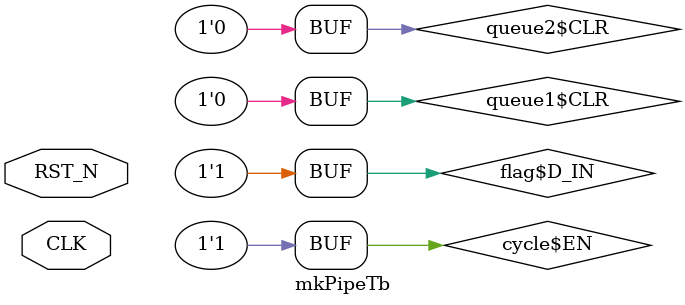
<source format=v>

`ifdef BSV_ASSIGNMENT_DELAY
`else
  `define BSV_ASSIGNMENT_DELAY
`endif

`ifdef BSV_POSITIVE_RESET
  `define BSV_RESET_VALUE 1'b1
  `define BSV_RESET_EDGE posedge
`else
  `define BSV_RESET_VALUE 1'b0
  `define BSV_RESET_EDGE negedge
`endif

module mkPipeTb(CLK,
		RST_N);
  input  CLK;
  input  RST_N;

  // register count
  reg [31 : 0] count;
  wire [31 : 0] count$D_IN;
  wire count$EN;

  // register cycle
  reg [31 : 0] cycle;
  wire [31 : 0] cycle$D_IN;
  wire cycle$EN;

  // register flag
  reg flag;
  wire flag$D_IN, flag$EN;

  // register x
  reg [31 : 0] x;
  wire [31 : 0] x$D_IN;
  wire x$EN;

  // register y
  reg [15 : 0] y;
  wire [15 : 0] y$D_IN;
  wire y$EN;

  // ports of submodule dut
  wire [31 : 0] dut$result, dut$start_m1;
  wire [15 : 0] dut$start_m2;
  wire dut$EN_reset, dut$EN_start, dut$RDY_result, dut$RDY_start;

  // ports of submodule queue1
  wire [31 : 0] queue1$D_IN, queue1$D_OUT;
  wire queue1$CLR, queue1$DEQ, queue1$EMPTY_N, queue1$ENQ, queue1$FULL_N;

  // ports of submodule queue2
  wire [15 : 0] queue2$D_IN, queue2$D_OUT;
  wire queue2$CLR, queue2$DEQ, queue2$EMPTY_N, queue2$ENQ, queue2$FULL_N;

  // rule scheduling signals
  wire WILL_FIRE_RL_rule_tb_1, WILL_FIRE_RL_rule_tb_2, WILL_FIRE_RL_stop;

  // remaining internal signals
  wire [63 : 0] queue1_first__3_MUL_0_CONCAT_queue2_first__4_5___d26;
  wire NOT_dut_result__2_EQ_queue1_first__3_MUL_0_CON_ETC___d29,
       count_ULT_100___d10;

  // submodule dut
  mkPipeline dut(.CLK(CLK),
		 .RST_N(RST_N),
		 .start_m1(dut$start_m1),
		 .start_m2(dut$start_m2),
		 .EN_start(dut$EN_start),
		 .EN_reset(dut$EN_reset),
		 .RDY_start(dut$RDY_start),
		 .result(dut$result),
		 .RDY_result(dut$RDY_result),
		 .RDY_reset());

  // submodule queue1
  SizedFIFO #(.p1width(32'd32),
	      .p2depth(32'd20),
	      .p3cntr_width(32'd5),
	      .guarded(32'd1)) queue1(.RST(RST_N),
				      .CLK(CLK),
				      .D_IN(queue1$D_IN),
				      .ENQ(queue1$ENQ),
				      .DEQ(queue1$DEQ),
				      .CLR(queue1$CLR),
				      .D_OUT(queue1$D_OUT),
				      .FULL_N(queue1$FULL_N),
				      .EMPTY_N(queue1$EMPTY_N));

  // submodule queue2
  SizedFIFO #(.p1width(32'd16),
	      .p2depth(32'd20),
	      .p3cntr_width(32'd5),
	      .guarded(32'd1)) queue2(.RST(RST_N),
				      .CLK(CLK),
				      .D_IN(queue2$D_IN),
				      .ENQ(queue2$ENQ),
				      .DEQ(queue2$DEQ),
				      .CLR(queue2$CLR),
				      .D_OUT(queue2$D_OUT),
				      .FULL_N(queue2$FULL_N),
				      .EMPTY_N(queue2$EMPTY_N));

  // rule RL_rule_tb_2
  assign WILL_FIRE_RL_rule_tb_2 =
	     dut$RDY_result && queue1$EMPTY_N && queue2$EMPTY_N ;

  // rule RL_rule_tb_1
  assign WILL_FIRE_RL_rule_tb_1 =
	     dut$RDY_start && queue1$FULL_N && queue2$FULL_N &&
	     count_ULT_100___d10 ;

  // rule RL_stop
  assign WILL_FIRE_RL_stop = !count_ULT_100___d10 && !queue1$EMPTY_N ;

  // register count
  assign count$D_IN = count + 32'd1 ;
  assign count$EN = WILL_FIRE_RL_rule_tb_1 ;

  // register cycle
  assign cycle$D_IN = cycle + 32'd1 ;
  assign cycle$EN = 1'd1 ;

  // register flag
  assign flag$D_IN = 1'd1 ;
  assign flag$EN = !count_ULT_100___d10 && !flag ;

  // register x
  assign x$D_IN = x + 32'd11 ;
  assign x$EN = WILL_FIRE_RL_rule_tb_1 ;

  // register y
  assign y$D_IN = y + 16'd48 ;
  assign y$EN = WILL_FIRE_RL_rule_tb_1 ;

  // submodule dut
  assign dut$start_m1 = x ;
  assign dut$start_m2 = y ;
  assign dut$EN_start = WILL_FIRE_RL_rule_tb_1 ;
  assign dut$EN_reset = !count_ULT_100___d10 && !flag ;

  // submodule queue1
  assign queue1$D_IN = x ;
  assign queue1$ENQ = WILL_FIRE_RL_rule_tb_1 ;
  assign queue1$DEQ = WILL_FIRE_RL_rule_tb_2 ;
  assign queue1$CLR = 1'b0 ;

  // submodule queue2
  assign queue2$D_IN = y ;
  assign queue2$ENQ = WILL_FIRE_RL_rule_tb_1 ;
  assign queue2$DEQ = WILL_FIRE_RL_rule_tb_2 ;
  assign queue2$CLR = 1'b0 ;

  // remaining internal signals
  assign NOT_dut_result__2_EQ_queue1_first__3_MUL_0_CON_ETC___d29 =
	     dut$result !=
	     queue1_first__3_MUL_0_CONCAT_queue2_first__4_5___d26[31:0] ;
  assign count_ULT_100___d10 = count < 32'd100 ;
  assign queue1_first__3_MUL_0_CONCAT_queue2_first__4_5___d26 =
	     queue1$D_OUT * { 16'd0, queue2$D_OUT } ;

  // handling of inlined registers

  always@(posedge CLK)
  begin
    if (RST_N == `BSV_RESET_VALUE)
      begin
        count <= `BSV_ASSIGNMENT_DELAY 32'd1;
	cycle <= `BSV_ASSIGNMENT_DELAY 32'd0;
	flag <= `BSV_ASSIGNMENT_DELAY 1'd0;
	x <= `BSV_ASSIGNMENT_DELAY 32'd1;
	y <= `BSV_ASSIGNMENT_DELAY 16'd0;
      end
    else
      begin
        if (count$EN) count <= `BSV_ASSIGNMENT_DELAY count$D_IN;
	if (cycle$EN) cycle <= `BSV_ASSIGNMENT_DELAY cycle$D_IN;
	if (flag$EN) flag <= `BSV_ASSIGNMENT_DELAY flag$D_IN;
	if (x$EN) x <= `BSV_ASSIGNMENT_DELAY x$D_IN;
	if (y$EN) y <= `BSV_ASSIGNMENT_DELAY y$D_IN;
      end
  end

  // synopsys translate_off
  `ifdef BSV_NO_INITIAL_BLOCKS
  `else // not BSV_NO_INITIAL_BLOCKS
  initial
  begin
    count = 32'hAAAAAAAA;
    cycle = 32'hAAAAAAAA;
    flag = 1'h0;
    x = 32'hAAAAAAAA;
    y = 16'hAAAA;
  end
  `endif // BSV_NO_INITIAL_BLOCKS
  // synopsys translate_on

  // handling of system tasks

  // synopsys translate_off
  always@(negedge CLK)
  begin
    #0;
    if (RST_N != `BSV_RESET_VALUE)
      $display("------Cycle %0d------", $signed(cycle));
    if (RST_N != `BSV_RESET_VALUE)
      if (WILL_FIRE_RL_rule_tb_2) $display("Rule TAKE OUTPUT fired");
    if (RST_N != `BSV_RESET_VALUE)
      if (WILL_FIRE_RL_rule_tb_2)
	$display("    Result = %0d Expected = %0d",
		 dut$result,
		 queue1_first__3_MUL_0_CONCAT_queue2_first__4_5___d26[31:0]);
    if (RST_N != `BSV_RESET_VALUE)
      if (WILL_FIRE_RL_rule_tb_2 &&
	  NOT_dut_result__2_EQ_queue1_first__3_MUL_0_CON_ETC___d29)
	$display("Error");
    if (RST_N != `BSV_RESET_VALUE)
      if (WILL_FIRE_RL_rule_tb_2 &&
	  NOT_dut_result__2_EQ_queue1_first__3_MUL_0_CON_ETC___d29)
	$finish(32'd0);
    if (RST_N != `BSV_RESET_VALUE)
      if (WILL_FIRE_RL_rule_tb_2)
	$display("*************************************************");
    if (RST_N != `BSV_RESET_VALUE)
      if (WILL_FIRE_RL_rule_tb_1) $display("Rule GIVE INPUT fired");
    if (RST_N != `BSV_RESET_VALUE)
      if (WILL_FIRE_RL_rule_tb_1)
	$display("Test Input: x = %0d, y = %0d", x, y);
    if (RST_N != `BSV_RESET_VALUE)
      if (WILL_FIRE_RL_stop) $display("\t finish");
    if (RST_N != `BSV_RESET_VALUE) if (WILL_FIRE_RL_stop) $finish(32'd0);
  end
  // synopsys translate_on
endmodule  // mkPipeTb


</source>
